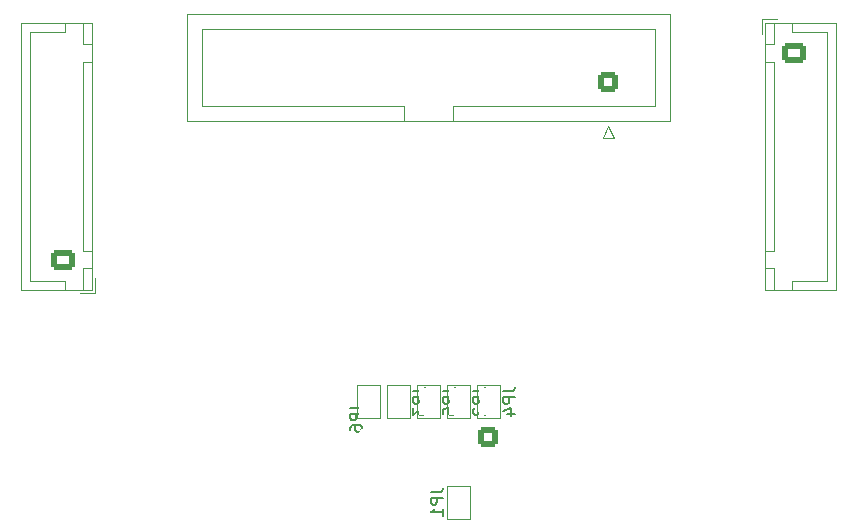
<source format=gbr>
%TF.GenerationSoftware,KiCad,Pcbnew,7.0.6*%
%TF.CreationDate,2023-12-23T00:17:47+09:00*%
%TF.ProjectId,MainBoard_ATMega2560Pro_20230629,4d61696e-426f-4617-9264-5f41544d6567,rev?*%
%TF.SameCoordinates,Original*%
%TF.FileFunction,Legend,Bot*%
%TF.FilePolarity,Positive*%
%FSLAX46Y46*%
G04 Gerber Fmt 4.6, Leading zero omitted, Abs format (unit mm)*
G04 Created by KiCad (PCBNEW 7.0.6) date 2023-12-23 00:17:47*
%MOMM*%
%LPD*%
G01*
G04 APERTURE LIST*
G04 Aperture macros list*
%AMRoundRect*
0 Rectangle with rounded corners*
0 $1 Rounding radius*
0 $2 $3 $4 $5 $6 $7 $8 $9 X,Y pos of 4 corners*
0 Add a 4 corners polygon primitive as box body*
4,1,4,$2,$3,$4,$5,$6,$7,$8,$9,$2,$3,0*
0 Add four circle primitives for the rounded corners*
1,1,$1+$1,$2,$3*
1,1,$1+$1,$4,$5*
1,1,$1+$1,$6,$7*
1,1,$1+$1,$8,$9*
0 Add four rect primitives between the rounded corners*
20,1,$1+$1,$2,$3,$4,$5,0*
20,1,$1+$1,$4,$5,$6,$7,0*
20,1,$1+$1,$6,$7,$8,$9,0*
20,1,$1+$1,$8,$9,$2,$3,0*%
%AMHorizOval*
0 Thick line with rounded ends*
0 $1 width*
0 $2 $3 position (X,Y) of the first rounded end (center of the circle)*
0 $4 $5 position (X,Y) of the second rounded end (center of the circle)*
0 Add line between two ends*
20,1,$1,$2,$3,$4,$5,0*
0 Add two circle primitives to create the rounded ends*
1,1,$1,$2,$3*
1,1,$1,$4,$5*%
G04 Aperture macros list end*
%ADD10C,0.150000*%
%ADD11C,0.120000*%
%ADD12C,3.200000*%
%ADD13O,2.000000X2.700000*%
%ADD14RoundRect,0.250000X0.954594X0.106066X0.106066X0.954594X-0.954594X-0.106066X-0.106066X-0.954594X0*%
%ADD15HorizOval,1.700000X0.106066X0.106066X-0.106066X-0.106066X0*%
%ADD16R,1.700000X1.700000*%
%ADD17O,1.700000X1.700000*%
%ADD18C,1.676400*%
%ADD19C,1.500000*%
%ADD20RoundRect,0.250000X-0.600000X0.600000X-0.600000X-0.600000X0.600000X-0.600000X0.600000X0.600000X0*%
%ADD21C,1.700000*%
%ADD22RoundRect,0.250000X-0.088388X0.936916X-0.936916X0.088388X0.088388X-0.936916X0.936916X-0.088388X0*%
%ADD23HorizOval,1.700000X-0.088388X0.088388X0.088388X-0.088388X0*%
%ADD24R,1.500000X1.000000*%
%ADD25RoundRect,0.250000X-0.725000X0.600000X-0.725000X-0.600000X0.725000X-0.600000X0.725000X0.600000X0*%
%ADD26O,1.950000X1.700000*%
%ADD27RoundRect,0.250000X0.600000X-0.600000X0.600000X0.600000X-0.600000X0.600000X-0.600000X-0.600000X0*%
%ADD28RoundRect,0.250000X0.725000X-0.600000X0.725000X0.600000X-0.725000X0.600000X-0.725000X-0.600000X0*%
G04 APERTURE END LIST*
D10*
X108074819Y-120701666D02*
X108789104Y-120701666D01*
X108789104Y-120701666D02*
X108931961Y-120654047D01*
X108931961Y-120654047D02*
X109027200Y-120558809D01*
X109027200Y-120558809D02*
X109074819Y-120415952D01*
X109074819Y-120415952D02*
X109074819Y-120320714D01*
X109074819Y-121177857D02*
X108074819Y-121177857D01*
X108074819Y-121177857D02*
X108074819Y-121558809D01*
X108074819Y-121558809D02*
X108122438Y-121654047D01*
X108122438Y-121654047D02*
X108170057Y-121701666D01*
X108170057Y-121701666D02*
X108265295Y-121749285D01*
X108265295Y-121749285D02*
X108408152Y-121749285D01*
X108408152Y-121749285D02*
X108503390Y-121701666D01*
X108503390Y-121701666D02*
X108551009Y-121654047D01*
X108551009Y-121654047D02*
X108598628Y-121558809D01*
X108598628Y-121558809D02*
X108598628Y-121177857D01*
X108408152Y-122606428D02*
X109074819Y-122606428D01*
X108027200Y-122368333D02*
X108741485Y-122130238D01*
X108741485Y-122130238D02*
X108741485Y-122749285D01*
X102994819Y-120701666D02*
X103709104Y-120701666D01*
X103709104Y-120701666D02*
X103851961Y-120654047D01*
X103851961Y-120654047D02*
X103947200Y-120558809D01*
X103947200Y-120558809D02*
X103994819Y-120415952D01*
X103994819Y-120415952D02*
X103994819Y-120320714D01*
X103994819Y-121177857D02*
X102994819Y-121177857D01*
X102994819Y-121177857D02*
X102994819Y-121558809D01*
X102994819Y-121558809D02*
X103042438Y-121654047D01*
X103042438Y-121654047D02*
X103090057Y-121701666D01*
X103090057Y-121701666D02*
X103185295Y-121749285D01*
X103185295Y-121749285D02*
X103328152Y-121749285D01*
X103328152Y-121749285D02*
X103423390Y-121701666D01*
X103423390Y-121701666D02*
X103471009Y-121654047D01*
X103471009Y-121654047D02*
X103518628Y-121558809D01*
X103518628Y-121558809D02*
X103518628Y-121177857D01*
X102994819Y-122654047D02*
X102994819Y-122177857D01*
X102994819Y-122177857D02*
X103471009Y-122130238D01*
X103471009Y-122130238D02*
X103423390Y-122177857D01*
X103423390Y-122177857D02*
X103375771Y-122273095D01*
X103375771Y-122273095D02*
X103375771Y-122511190D01*
X103375771Y-122511190D02*
X103423390Y-122606428D01*
X103423390Y-122606428D02*
X103471009Y-122654047D01*
X103471009Y-122654047D02*
X103566247Y-122701666D01*
X103566247Y-122701666D02*
X103804342Y-122701666D01*
X103804342Y-122701666D02*
X103899580Y-122654047D01*
X103899580Y-122654047D02*
X103947200Y-122606428D01*
X103947200Y-122606428D02*
X103994819Y-122511190D01*
X103994819Y-122511190D02*
X103994819Y-122273095D01*
X103994819Y-122273095D02*
X103947200Y-122177857D01*
X103947200Y-122177857D02*
X103899580Y-122130238D01*
X101934819Y-129241666D02*
X102649104Y-129241666D01*
X102649104Y-129241666D02*
X102791961Y-129194047D01*
X102791961Y-129194047D02*
X102887200Y-129098809D01*
X102887200Y-129098809D02*
X102934819Y-128955952D01*
X102934819Y-128955952D02*
X102934819Y-128860714D01*
X102934819Y-129717857D02*
X101934819Y-129717857D01*
X101934819Y-129717857D02*
X101934819Y-130098809D01*
X101934819Y-130098809D02*
X101982438Y-130194047D01*
X101982438Y-130194047D02*
X102030057Y-130241666D01*
X102030057Y-130241666D02*
X102125295Y-130289285D01*
X102125295Y-130289285D02*
X102268152Y-130289285D01*
X102268152Y-130289285D02*
X102363390Y-130241666D01*
X102363390Y-130241666D02*
X102411009Y-130194047D01*
X102411009Y-130194047D02*
X102458628Y-130098809D01*
X102458628Y-130098809D02*
X102458628Y-129717857D01*
X102934819Y-131241666D02*
X102934819Y-130670238D01*
X102934819Y-130955952D02*
X101934819Y-130955952D01*
X101934819Y-130955952D02*
X102077676Y-130860714D01*
X102077676Y-130860714D02*
X102172914Y-130765476D01*
X102172914Y-130765476D02*
X102220533Y-130670238D01*
X105534819Y-120701666D02*
X106249104Y-120701666D01*
X106249104Y-120701666D02*
X106391961Y-120654047D01*
X106391961Y-120654047D02*
X106487200Y-120558809D01*
X106487200Y-120558809D02*
X106534819Y-120415952D01*
X106534819Y-120415952D02*
X106534819Y-120320714D01*
X106534819Y-121177857D02*
X105534819Y-121177857D01*
X105534819Y-121177857D02*
X105534819Y-121558809D01*
X105534819Y-121558809D02*
X105582438Y-121654047D01*
X105582438Y-121654047D02*
X105630057Y-121701666D01*
X105630057Y-121701666D02*
X105725295Y-121749285D01*
X105725295Y-121749285D02*
X105868152Y-121749285D01*
X105868152Y-121749285D02*
X105963390Y-121701666D01*
X105963390Y-121701666D02*
X106011009Y-121654047D01*
X106011009Y-121654047D02*
X106058628Y-121558809D01*
X106058628Y-121558809D02*
X106058628Y-121177857D01*
X105630057Y-122130238D02*
X105582438Y-122177857D01*
X105582438Y-122177857D02*
X105534819Y-122273095D01*
X105534819Y-122273095D02*
X105534819Y-122511190D01*
X105534819Y-122511190D02*
X105582438Y-122606428D01*
X105582438Y-122606428D02*
X105630057Y-122654047D01*
X105630057Y-122654047D02*
X105725295Y-122701666D01*
X105725295Y-122701666D02*
X105820533Y-122701666D01*
X105820533Y-122701666D02*
X105963390Y-122654047D01*
X105963390Y-122654047D02*
X106534819Y-122082619D01*
X106534819Y-122082619D02*
X106534819Y-122701666D01*
X95114819Y-122101666D02*
X95829104Y-122101666D01*
X95829104Y-122101666D02*
X95971961Y-122054047D01*
X95971961Y-122054047D02*
X96067200Y-121958809D01*
X96067200Y-121958809D02*
X96114819Y-121815952D01*
X96114819Y-121815952D02*
X96114819Y-121720714D01*
X96114819Y-122577857D02*
X95114819Y-122577857D01*
X95114819Y-122577857D02*
X95114819Y-122958809D01*
X95114819Y-122958809D02*
X95162438Y-123054047D01*
X95162438Y-123054047D02*
X95210057Y-123101666D01*
X95210057Y-123101666D02*
X95305295Y-123149285D01*
X95305295Y-123149285D02*
X95448152Y-123149285D01*
X95448152Y-123149285D02*
X95543390Y-123101666D01*
X95543390Y-123101666D02*
X95591009Y-123054047D01*
X95591009Y-123054047D02*
X95638628Y-122958809D01*
X95638628Y-122958809D02*
X95638628Y-122577857D01*
X95114819Y-124006428D02*
X95114819Y-123815952D01*
X95114819Y-123815952D02*
X95162438Y-123720714D01*
X95162438Y-123720714D02*
X95210057Y-123673095D01*
X95210057Y-123673095D02*
X95352914Y-123577857D01*
X95352914Y-123577857D02*
X95543390Y-123530238D01*
X95543390Y-123530238D02*
X95924342Y-123530238D01*
X95924342Y-123530238D02*
X96019580Y-123577857D01*
X96019580Y-123577857D02*
X96067200Y-123625476D01*
X96067200Y-123625476D02*
X96114819Y-123720714D01*
X96114819Y-123720714D02*
X96114819Y-123911190D01*
X96114819Y-123911190D02*
X96067200Y-124006428D01*
X96067200Y-124006428D02*
X96019580Y-124054047D01*
X96019580Y-124054047D02*
X95924342Y-124101666D01*
X95924342Y-124101666D02*
X95686247Y-124101666D01*
X95686247Y-124101666D02*
X95591009Y-124054047D01*
X95591009Y-124054047D02*
X95543390Y-124006428D01*
X95543390Y-124006428D02*
X95495771Y-123911190D01*
X95495771Y-123911190D02*
X95495771Y-123720714D01*
X95495771Y-123720714D02*
X95543390Y-123625476D01*
X95543390Y-123625476D02*
X95591009Y-123577857D01*
X95591009Y-123577857D02*
X95686247Y-123530238D01*
X100454819Y-120701666D02*
X101169104Y-120701666D01*
X101169104Y-120701666D02*
X101311961Y-120654047D01*
X101311961Y-120654047D02*
X101407200Y-120558809D01*
X101407200Y-120558809D02*
X101454819Y-120415952D01*
X101454819Y-120415952D02*
X101454819Y-120320714D01*
X101454819Y-121177857D02*
X100454819Y-121177857D01*
X100454819Y-121177857D02*
X100454819Y-121558809D01*
X100454819Y-121558809D02*
X100502438Y-121654047D01*
X100502438Y-121654047D02*
X100550057Y-121701666D01*
X100550057Y-121701666D02*
X100645295Y-121749285D01*
X100645295Y-121749285D02*
X100788152Y-121749285D01*
X100788152Y-121749285D02*
X100883390Y-121701666D01*
X100883390Y-121701666D02*
X100931009Y-121654047D01*
X100931009Y-121654047D02*
X100978628Y-121558809D01*
X100978628Y-121558809D02*
X100978628Y-121177857D01*
X100454819Y-122082619D02*
X100454819Y-122701666D01*
X100454819Y-122701666D02*
X100835771Y-122368333D01*
X100835771Y-122368333D02*
X100835771Y-122511190D01*
X100835771Y-122511190D02*
X100883390Y-122606428D01*
X100883390Y-122606428D02*
X100931009Y-122654047D01*
X100931009Y-122654047D02*
X101026247Y-122701666D01*
X101026247Y-122701666D02*
X101264342Y-122701666D01*
X101264342Y-122701666D02*
X101359580Y-122654047D01*
X101359580Y-122654047D02*
X101407200Y-122606428D01*
X101407200Y-122606428D02*
X101454819Y-122511190D01*
X101454819Y-122511190D02*
X101454819Y-122225476D01*
X101454819Y-122225476D02*
X101407200Y-122130238D01*
X101407200Y-122130238D02*
X101359580Y-122082619D01*
D11*
%TO.C,JP4*%
X105820000Y-122935000D02*
X107820000Y-122935000D01*
X107820000Y-122935000D02*
X107820000Y-120135000D01*
X105820000Y-120135000D02*
X105820000Y-122935000D01*
X107820000Y-120135000D02*
X105820000Y-120135000D01*
%TO.C,JP5*%
X100740000Y-122935000D02*
X102740000Y-122935000D01*
X102740000Y-122935000D02*
X102740000Y-120135000D01*
X100740000Y-120135000D02*
X100740000Y-122935000D01*
X102740000Y-120135000D02*
X100740000Y-120135000D01*
%TO.C,JP1*%
X105280000Y-128675000D02*
X103280000Y-128675000D01*
X103280000Y-128675000D02*
X103280000Y-131475000D01*
X105280000Y-131475000D02*
X105280000Y-128675000D01*
X103280000Y-131475000D02*
X105280000Y-131475000D01*
%TO.C,J4*%
X129965000Y-89187500D02*
X131215000Y-89187500D01*
X136225000Y-89477500D02*
X136225000Y-112097500D01*
X130255000Y-89477500D02*
X136225000Y-89477500D01*
X132515000Y-89487500D02*
X132515000Y-90237500D01*
X131015000Y-89487500D02*
X131015000Y-91287500D01*
X130265000Y-89487500D02*
X131015000Y-89487500D01*
X135465000Y-90237500D02*
X135465000Y-100787500D01*
X132515000Y-90237500D02*
X135465000Y-90237500D01*
X129965000Y-90437500D02*
X129965000Y-89187500D01*
X131015000Y-91287500D02*
X130265000Y-91287500D01*
X130265000Y-91287500D02*
X130265000Y-89487500D01*
X131015000Y-92787500D02*
X131015000Y-108787500D01*
X130265000Y-92787500D02*
X131015000Y-92787500D01*
X131015000Y-108787500D02*
X130265000Y-108787500D01*
X130265000Y-108787500D02*
X130265000Y-92787500D01*
X131015000Y-110287500D02*
X131015000Y-112087500D01*
X130265000Y-110287500D02*
X131015000Y-110287500D01*
X135465000Y-111337500D02*
X135465000Y-100787500D01*
X132515000Y-111337500D02*
X135465000Y-111337500D01*
X132515000Y-112087500D02*
X132515000Y-111337500D01*
X131015000Y-112087500D02*
X130265000Y-112087500D01*
X130265000Y-112087500D02*
X130265000Y-110287500D01*
X136225000Y-112097500D02*
X130255000Y-112097500D01*
X130255000Y-112097500D02*
X130255000Y-89477500D01*
%TO.C,JP2*%
X103280000Y-122935000D02*
X105280000Y-122935000D01*
X105280000Y-122935000D02*
X105280000Y-120135000D01*
X103280000Y-120135000D02*
X103280000Y-122935000D01*
X105280000Y-120135000D02*
X103280000Y-120135000D01*
%TO.C,J7*%
X116480000Y-99220000D02*
X116980000Y-98220000D01*
X117480000Y-99220000D02*
X116480000Y-99220000D01*
X116980000Y-98220000D02*
X117480000Y-99220000D01*
X81290000Y-97830000D02*
X122190000Y-97830000D01*
X103790000Y-97830000D02*
X103790000Y-96520000D01*
X122190000Y-97830000D02*
X122190000Y-88710000D01*
X82590000Y-96520000D02*
X99690000Y-96520000D01*
X99690000Y-96520000D02*
X99690000Y-97830000D01*
X99690000Y-96520000D02*
X99690000Y-96520000D01*
X103790000Y-96520000D02*
X120890000Y-96520000D01*
X120890000Y-96520000D02*
X120890000Y-90020000D01*
X82590000Y-90020000D02*
X82590000Y-96520000D01*
X120890000Y-90020000D02*
X82590000Y-90020000D01*
X81290000Y-88710000D02*
X81290000Y-97830000D01*
X122190000Y-88710000D02*
X81290000Y-88710000D01*
%TO.C,J2*%
X73515000Y-112387500D02*
X72265000Y-112387500D01*
X67255000Y-112097500D02*
X67255000Y-89477500D01*
X73225000Y-112097500D02*
X67255000Y-112097500D01*
X70965000Y-112087500D02*
X70965000Y-111337500D01*
X72465000Y-112087500D02*
X72465000Y-110287500D01*
X73215000Y-112087500D02*
X72465000Y-112087500D01*
X68015000Y-111337500D02*
X68015000Y-100787500D01*
X70965000Y-111337500D02*
X68015000Y-111337500D01*
X73515000Y-111137500D02*
X73515000Y-112387500D01*
X72465000Y-110287500D02*
X73215000Y-110287500D01*
X73215000Y-110287500D02*
X73215000Y-112087500D01*
X72465000Y-108787500D02*
X72465000Y-92787500D01*
X73215000Y-108787500D02*
X72465000Y-108787500D01*
X72465000Y-92787500D02*
X73215000Y-92787500D01*
X73215000Y-92787500D02*
X73215000Y-108787500D01*
X72465000Y-91287500D02*
X72465000Y-89487500D01*
X73215000Y-91287500D02*
X72465000Y-91287500D01*
X68015000Y-90237500D02*
X68015000Y-100787500D01*
X70965000Y-90237500D02*
X68015000Y-90237500D01*
X70965000Y-89487500D02*
X70965000Y-90237500D01*
X72465000Y-89487500D02*
X73215000Y-89487500D01*
X73215000Y-89487500D02*
X73215000Y-91287500D01*
X67255000Y-89477500D02*
X73225000Y-89477500D01*
X73225000Y-89477500D02*
X73225000Y-112097500D01*
%TO.C,JP6*%
X95660000Y-122935000D02*
X97660000Y-122935000D01*
X97660000Y-122935000D02*
X97660000Y-120135000D01*
X95660000Y-120135000D02*
X95660000Y-122935000D01*
X97660000Y-120135000D02*
X95660000Y-120135000D01*
%TO.C,JP3*%
X98200000Y-122935000D02*
X100200000Y-122935000D01*
X100200000Y-122935000D02*
X100200000Y-120135000D01*
X98200000Y-120135000D02*
X98200000Y-122935000D01*
X100200000Y-120135000D02*
X98200000Y-120135000D01*
%TD*%
%LPC*%
D12*
%TO.C,REF\u002A\u002A*%
X118240000Y-67708707D03*
%TD*%
%TO.C,REF\u002A\u002A*%
X118240000Y-124866345D03*
%TD*%
D13*
%TO.C,SW3*%
X70990000Y-159287500D03*
X77490000Y-159287500D03*
%TD*%
D14*
%TO.C,J5*%
X132815736Y-74979531D03*
D15*
X131047969Y-73211764D03*
%TD*%
D13*
%TO.C,SW1*%
X70990000Y-139287500D03*
X77490000Y-139287500D03*
%TD*%
D16*
%TO.C,J3*%
X97940000Y-133762500D03*
D17*
X100480000Y-133762500D03*
X103020000Y-133762500D03*
X105560000Y-133762500D03*
%TD*%
D12*
%TO.C,REF\u002A\u002A*%
X85240000Y-124866345D03*
%TD*%
D18*
%TO.C,U1*%
X119320000Y-118567500D03*
X119320000Y-116027500D03*
X121860000Y-118567500D03*
X121860000Y-116027500D03*
X76140000Y-100787500D03*
X114240000Y-83007500D03*
X114240000Y-85547500D03*
X111700000Y-83007500D03*
X111700000Y-85547500D03*
X109160000Y-83007500D03*
X109160000Y-85547500D03*
X106620000Y-83007500D03*
X106620000Y-85547500D03*
X104080000Y-83007500D03*
X104080000Y-85547500D03*
X101540000Y-83007500D03*
X101540000Y-85547500D03*
X99000000Y-83007500D03*
X99000000Y-85547500D03*
X96460000Y-83007500D03*
X96460000Y-85547500D03*
X116780000Y-116027500D03*
X111700000Y-116027500D03*
X111700000Y-118567500D03*
X109160000Y-116027500D03*
X109160000Y-118567500D03*
X106620000Y-116027500D03*
X106620000Y-118567500D03*
X104080000Y-116027500D03*
X104080000Y-118567500D03*
X101540000Y-116027500D03*
X101540000Y-118567500D03*
X99000000Y-116027500D03*
X99000000Y-118567500D03*
X96460000Y-116027500D03*
X96460000Y-118567500D03*
X93920000Y-116027500D03*
X93920000Y-118567500D03*
X91380000Y-116027500D03*
X91380000Y-118567500D03*
X88840000Y-116027500D03*
X88840000Y-118567500D03*
X86300000Y-116027500D03*
X86300000Y-118567500D03*
X83760000Y-116027500D03*
X83760000Y-118567500D03*
X81220000Y-116027500D03*
X81220000Y-118567500D03*
X78680000Y-116027500D03*
X78680000Y-118567500D03*
X76140000Y-116027500D03*
X76140000Y-118567500D03*
X93920000Y-83007500D03*
X93920000Y-85547500D03*
X91380000Y-83007500D03*
X91380000Y-85547500D03*
X88840000Y-83007500D03*
X88840000Y-85547500D03*
X86300000Y-83007500D03*
X86300000Y-85547500D03*
X83760000Y-83007500D03*
X83760000Y-85547500D03*
X81220000Y-83007500D03*
X81220000Y-85547500D03*
X78680000Y-83007500D03*
X78680000Y-85547500D03*
X76140000Y-83007500D03*
X76140000Y-85547500D03*
X76140000Y-88087500D03*
X78680000Y-88087500D03*
X76140000Y-90627500D03*
X78680000Y-90627500D03*
X76140000Y-93167500D03*
X78680000Y-93167500D03*
X124400000Y-118567500D03*
X124400000Y-116027500D03*
X76140000Y-105867500D03*
X78680000Y-100787500D03*
X76140000Y-103327500D03*
X78680000Y-105867500D03*
X116780000Y-118567500D03*
X114240000Y-116027500D03*
X78680000Y-103327500D03*
X114240000Y-118567500D03*
X126940000Y-118567500D03*
X126940000Y-116027500D03*
%TD*%
D19*
%TO.C,SW4*%
X131740000Y-160287500D03*
X129240000Y-160287500D03*
X126740000Y-160287500D03*
%TD*%
D20*
%TO.C,J1*%
X106820000Y-124535000D03*
D21*
X106820000Y-127075000D03*
X104280000Y-124535000D03*
X104280000Y-127075000D03*
X101740000Y-124535000D03*
X101740000Y-127075000D03*
X99200000Y-124535000D03*
X99200000Y-127075000D03*
X96660000Y-124535000D03*
X96660000Y-127075000D03*
%TD*%
D19*
%TO.C,BZ1*%
X106620000Y-106027500D03*
X111620000Y-106027500D03*
%TD*%
D22*
%TO.C,J8*%
X73315915Y-72327881D03*
D23*
X71548148Y-74095648D03*
X69780381Y-75863415D03*
%TD*%
D12*
%TO.C,REF\u002A\u002A*%
X85240000Y-67708669D03*
%TD*%
D20*
%TO.C,J6*%
X113170000Y-75035000D03*
D21*
X113170000Y-77575000D03*
X110630000Y-75035000D03*
X110630000Y-77575000D03*
X108090000Y-75035000D03*
X108090000Y-77575000D03*
X105550000Y-75035000D03*
X105550000Y-77575000D03*
X103010000Y-75035000D03*
X103010000Y-77575000D03*
X100470000Y-75035000D03*
X100470000Y-77575000D03*
X97930000Y-75035000D03*
X97930000Y-77575000D03*
X95390000Y-75035000D03*
X95390000Y-77575000D03*
X92850000Y-75035000D03*
X92850000Y-77575000D03*
X90310000Y-75035000D03*
X90310000Y-77575000D03*
%TD*%
D13*
%TO.C,SW2*%
X70990000Y-149287500D03*
X77490000Y-149287500D03*
%TD*%
D21*
%TO.C,U2*%
X87930000Y-110097500D03*
X90470000Y-110097500D03*
X93010000Y-110097500D03*
X95550000Y-110097500D03*
X95550000Y-102477500D03*
X93010000Y-102477500D03*
X90470000Y-102477500D03*
X87930000Y-102477500D03*
%TD*%
D24*
%TO.C,JP4*%
X106820000Y-122185000D03*
X106820000Y-120885000D03*
%TD*%
%TO.C,JP5*%
X101740000Y-122185000D03*
X101740000Y-120885000D03*
%TD*%
%TO.C,JP1*%
X104280000Y-129425000D03*
X104280000Y-130725000D03*
%TD*%
D25*
%TO.C,J4*%
X132715000Y-92037500D03*
D26*
X132715000Y-94537500D03*
X132715000Y-97037500D03*
X132715000Y-99537500D03*
X132715000Y-102037500D03*
X132715000Y-104537500D03*
X132715000Y-107037500D03*
X132715000Y-109537500D03*
%TD*%
D24*
%TO.C,JP2*%
X104280000Y-122185000D03*
X104280000Y-120885000D03*
%TD*%
D27*
%TO.C,J7*%
X116980000Y-94540000D03*
D21*
X116980000Y-92000000D03*
X114440000Y-94540000D03*
X114440000Y-92000000D03*
X111900000Y-94540000D03*
X111900000Y-92000000D03*
X109360000Y-94540000D03*
X109360000Y-92000000D03*
X106820000Y-94540000D03*
X106820000Y-92000000D03*
X104280000Y-94540000D03*
X104280000Y-92000000D03*
X101740000Y-94540000D03*
X101740000Y-92000000D03*
X99200000Y-94540000D03*
X99200000Y-92000000D03*
X96660000Y-94540000D03*
X96660000Y-92000000D03*
X94120000Y-94540000D03*
X94120000Y-92000000D03*
X91580000Y-94540000D03*
X91580000Y-92000000D03*
X89040000Y-94540000D03*
X89040000Y-92000000D03*
X86500000Y-94540000D03*
X86500000Y-92000000D03*
%TD*%
D28*
%TO.C,J2*%
X70765000Y-109537500D03*
D26*
X70765000Y-107037500D03*
X70765000Y-104537500D03*
X70765000Y-102037500D03*
X70765000Y-99537500D03*
X70765000Y-97037500D03*
X70765000Y-94537500D03*
X70765000Y-92037500D03*
%TD*%
D24*
%TO.C,JP6*%
X96660000Y-122185000D03*
X96660000Y-120885000D03*
%TD*%
%TO.C,JP3*%
X99200000Y-122185000D03*
X99200000Y-120885000D03*
%TD*%
%LPD*%
M02*

</source>
